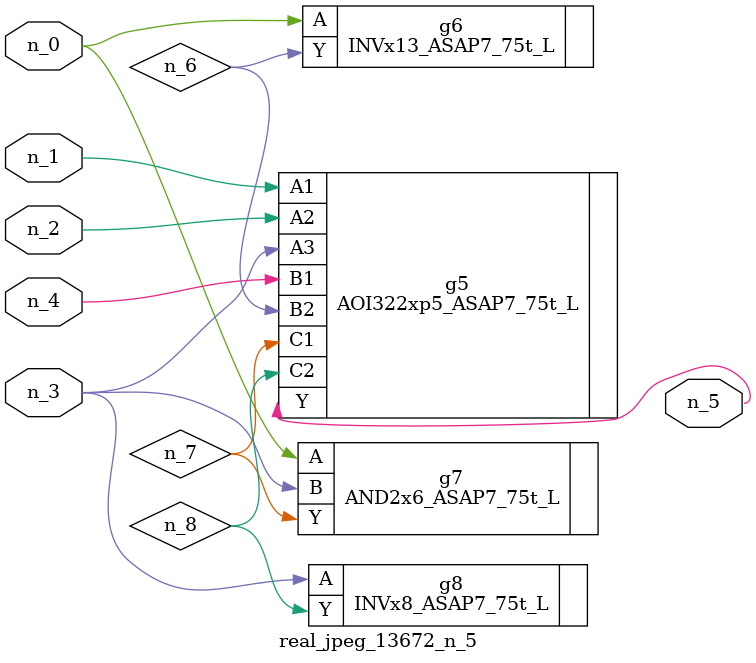
<source format=v>
module real_jpeg_13672_n_5 (n_4, n_0, n_1, n_2, n_3, n_5);

input n_4;
input n_0;
input n_1;
input n_2;
input n_3;

output n_5;

wire n_8;
wire n_6;
wire n_7;

INVx13_ASAP7_75t_L g6 ( 
.A(n_0),
.Y(n_6)
);

AND2x6_ASAP7_75t_L g7 ( 
.A(n_0),
.B(n_3),
.Y(n_7)
);

AOI322xp5_ASAP7_75t_L g5 ( 
.A1(n_1),
.A2(n_2),
.A3(n_3),
.B1(n_4),
.B2(n_6),
.C1(n_7),
.C2(n_8),
.Y(n_5)
);

INVx8_ASAP7_75t_L g8 ( 
.A(n_3),
.Y(n_8)
);


endmodule
</source>
